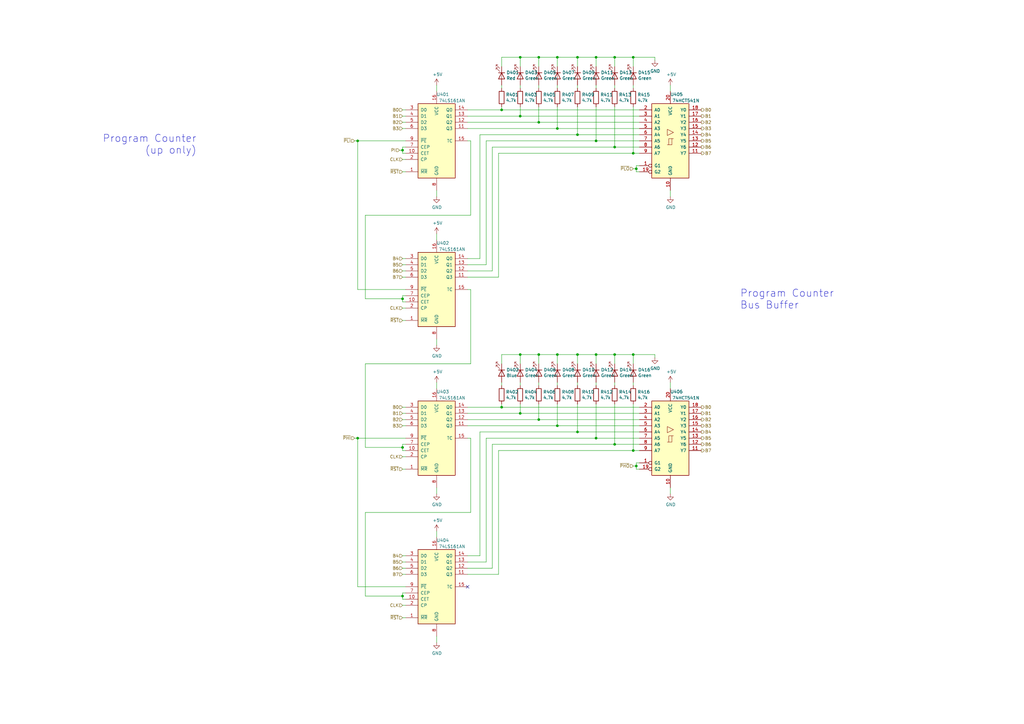
<source format=kicad_sch>
(kicad_sch (version 20211123) (generator eeschema)
  (paper "A3")
  (lib_symbols
    (symbol "74xx:74HCT541" (pin_names (offset 1.016))
      (property "Reference" "U" (at -7.62 16.51 0))
      (property "Value" "74HCT541" (at -7.62 -16.51 0))
      (symbol "74HCT541_1_0"
        (polyline (pts (xy -0.635 -1.6002) (xy -0.635 0.9398) (xy 0.635 0.9398)))
        (polyline (pts (xy -1.27 -1.6002) (xy 0.635 -1.6002) (xy 0.635 0.9398) (xy 1.27 0.9398)))
        (polyline (pts (xy 1.27 3.4798) (xy -1.27 4.7498) (xy -1.27 2.2098) (xy 1.27 3.4798)) (stroke (width 0.1524)))
        (pin input inverted (at -12.7 -10.16 0) (length 5.08) (name "G1") (number "1"))
        (pin power_in line (at 0 -20.32 90) (length 5.08) (name "GND") (number "10"))
        (pin tri_state line (at 12.7 -5.08 180) (length 5.08) (name "Y7") (number "11"))
        (pin tri_state line (at 12.7 -2.54 180) (length 5.08) (name "Y6") (number "12"))
        (pin tri_state line (at 12.7 0 180) (length 5.08) (name "Y5") (number "13"))
        (pin tri_state line (at 12.7 2.54 180) (length 5.08) (name "Y4") (number "14"))
        (pin tri_state line (at 12.7 5.08 180) (length 5.08) (name "Y3") (number "15"))
        (pin tri_state line (at 12.7 7.62 180) (length 5.08) (name "Y2") (number "16"))
        (pin tri_state line (at 12.7 10.16 180) (length 5.08) (name "Y1") (number "17"))
        (pin tri_state line (at 12.7 12.7 180) (length 5.08) (name "Y0") (number "18"))
        (pin input inverted (at -12.7 -12.7 0) (length 5.08) (name "G2") (number "19"))
        (pin input line (at -12.7 12.7 0) (length 5.08) (name "A0") (number "2"))
        (pin power_in line (at 0 20.32 270) (length 5.08) (name "VCC") (number "20"))
        (pin input line (at -12.7 10.16 0) (length 5.08) (name "A1") (number "3"))
        (pin input line (at -12.7 7.62 0) (length 5.08) (name "A2") (number "4"))
        (pin input line (at -12.7 5.08 0) (length 5.08) (name "A3") (number "5"))
        (pin input line (at -12.7 2.54 0) (length 5.08) (name "A4") (number "6"))
        (pin input line (at -12.7 0 0) (length 5.08) (name "A5") (number "7"))
        (pin input line (at -12.7 -2.54 0) (length 5.08) (name "A6") (number "8"))
        (pin input line (at -12.7 -5.08 0) (length 5.08) (name "A7") (number "9"))
      )
      (symbol "74HCT541_1_1"
        (rectangle (start -7.62 15.24) (end 7.62 -15.24) (stroke (width 0.254)) (fill (type background)))
      )
    )
    (symbol "74xx:74LS161" (pin_names (offset 1.016))
      (property "Reference" "U" (at -7.62 16.51 0))
      (property "Value" "74LS161" (at -7.62 -16.51 0))
      (symbol "74LS161_1_0"
        (pin input line (at -12.7 -12.7 0) (length 5.08) (name "~{MR}") (number "1"))
        (pin input line (at -12.7 -5.08 0) (length 5.08) (name "CET") (number "10"))
        (pin output line (at 12.7 5.08 180) (length 5.08) (name "Q3") (number "11"))
        (pin output line (at 12.7 7.62 180) (length 5.08) (name "Q2") (number "12"))
        (pin output line (at 12.7 10.16 180) (length 5.08) (name "Q1") (number "13"))
        (pin output line (at 12.7 12.7 180) (length 5.08) (name "Q0") (number "14"))
        (pin output line (at 12.7 0 180) (length 5.08) (name "TC") (number "15"))
        (pin power_in line (at 0 20.32 270) (length 5.08) (name "VCC") (number "16"))
        (pin input line (at -12.7 -7.62 0) (length 5.08) (name "CP") (number "2"))
        (pin input line (at -12.7 12.7 0) (length 5.08) (name "D0") (number "3"))
        (pin input line (at -12.7 10.16 0) (length 5.08) (name "D1") (number "4"))
        (pin input line (at -12.7 7.62 0) (length 5.08) (name "D2") (number "5"))
        (pin input line (at -12.7 5.08 0) (length 5.08) (name "D3") (number "6"))
        (pin input line (at -12.7 -2.54 0) (length 5.08) (name "CEP") (number "7"))
        (pin power_in line (at 0 -20.32 90) (length 5.08) (name "GND") (number "8"))
        (pin input line (at -12.7 0 0) (length 5.08) (name "~{PE}") (number "9"))
      )
      (symbol "74LS161_1_1"
        (rectangle (start -7.62 15.24) (end 7.62 -15.24) (stroke (width 0.254)) (fill (type background)))
      )
    )
    (symbol "Breadboard_CPU-rescue:GND-power" (power) (pin_names (offset 0))
      (property "Value" "GND-power" (at 0 -3.81 0))
      (symbol "GND-power_0_1"
        (polyline (pts (xy 0 0) (xy 0 -1.27) (xy 1.27 -1.27) (xy 0 -2.54) (xy -1.27 -1.27) (xy 0 -1.27)))
      )
      (symbol "GND-power_1_1"
        (pin power_in line (at 0 0 270) (length 0) hide (name "GND") (number "1"))
      )
    )
    (symbol "Device:LED" (pin_numbers hide) (pin_names (offset 1.016) hide)
      (property "Reference" "D" (at 0 2.54 0))
      (property "Value" "LED" (at 0 -2.54 0))
      (symbol "LED_0_1"
        (polyline (pts (xy -1.27 -1.27) (xy -1.27 1.27)) (stroke (width 0.254)))
        (polyline (pts (xy -1.27 0) (xy 1.27 0)))
        (polyline (pts (xy 1.27 -1.27) (xy 1.27 1.27) (xy -1.27 0) (xy 1.27 -1.27)) (stroke (width 0.254)))
        (polyline (pts (xy -3.048 -0.762) (xy -4.572 -2.286) (xy -3.81 -2.286) (xy -4.572 -2.286) (xy -4.572 -1.524)))
        (polyline (pts (xy -1.778 -0.762) (xy -3.302 -2.286) (xy -2.54 -2.286) (xy -3.302 -2.286) (xy -3.302 -1.524)))
      )
      (symbol "LED_1_1"
        (pin passive line (at -3.81 0 0) (length 2.54) (name "K") (number "1"))
        (pin passive line (at 3.81 0 180) (length 2.54) (name "A") (number "2"))
      )
    )
    (symbol "Device:R" (pin_numbers hide) (pin_names (offset 0))
      (property "Reference" "R" (at 2.032 0 90))
      (property "Value" "R" (at 0 0 90))
      (symbol "R_0_1"
        (rectangle (start -1.016 -2.54) (end 1.016 2.54) (stroke (width 0.254)))
      )
      (symbol "R_1_1"
        (pin passive line (at 0 3.81 270) (length 1.27) (name "~") (number "1"))
        (pin passive line (at 0 -3.81 90) (length 1.27) (name "~") (number "2"))
      )
    )
    (symbol "power:+5V" (power) (pin_names (offset 0))
      (property "Value" "+5V" (at 0 3.556 0))
      (symbol "+5V_0_1"
        (polyline (pts (xy -0.762 1.27) (xy 0 2.54)))
        (polyline (pts (xy 0 0) (xy 0 2.54)))
        (polyline (pts (xy 0 2.54) (xy 0.762 1.27)))
      )
      (symbol "+5V_1_1"
        (pin power_in line (at 0 0 90) (length 0) hide (name "+5V") (number "1"))
      )
    )
  )
  (junction (at 146.685 179.705))
  (junction (at 213.36 23.495))
  (junction (at 220.98 23.495))
  (junction (at 236.855 23.495))
  (junction (at 244.475 23.495))
  (junction (at 252.095 60.325))
  (junction (at 213.36 47.625))
  (junction (at 220.98 145.415))
  (junction (at 228.6 23.495))
  (junction (at 259.715 62.865))
  (junction (at 244.475 179.705))
  (junction (at 236.855 55.245))
  (junction (at 228.6 145.415))
  (junction (at 244.475 57.785))
  (junction (at 252.095 23.495))
  (junction (at 252.095 182.245))
  (junction (at 236.855 177.165))
  (junction (at 252.095 145.415))
  (junction (at 165.1 122.555))
  (junction (at 165.1 61.595))
  (junction (at 260.985 69.215))
  (junction (at 205.74 45.085))
  (junction (at 260.985 191.135))
  (junction (at 259.715 145.415))
  (junction (at 146.685 57.785))
  (junction (at 244.475 145.415))
  (junction (at 220.98 50.165))
  (junction (at 228.6 52.705))
  (junction (at 213.36 145.415))
  (junction (at 259.715 184.785))
  (junction (at 259.715 23.495))
  (junction (at 228.6 174.625))
  (junction (at 213.36 169.545))
  (junction (at 165.1 244.475))
  (junction (at 236.855 145.415))
  (junction (at 220.98 172.085))
  (junction (at 165.1 183.515))
  (junction (at 205.74 167.005))
  (no_connect (at 191.77 240.665))
  (wire (pts (xy 274.955 78.105) (xy 274.955 80.645)))
  (wire (pts (xy 165.1 60.325) (xy 166.37 60.325)))
  (wire (pts (xy 201.93 60.325) (xy 252.095 60.325)))
  (wire (pts (xy 196.85 106.045) (xy 196.85 55.245)))
  (wire (pts (xy 146.685 57.785) (xy 166.37 57.785)))
  (wire (pts (xy 244.475 165.735) (xy 244.475 179.705)))
  (wire (pts (xy 191.77 172.085) (xy 220.98 172.085)))
  (wire (pts (xy 165.1 61.595) (xy 165.1 60.325)))
  (wire (pts (xy 191.77 47.625) (xy 213.36 47.625)))
  (wire (pts (xy 191.77 111.125) (xy 201.93 111.125)))
  (wire (pts (xy 204.47 184.785) (xy 259.715 184.785)))
  (wire (pts (xy 165.1 47.625) (xy 166.37 47.625)))
  (wire (pts (xy 145.415 179.705) (xy 146.685 179.705)))
  (wire (pts (xy 191.77 235.585) (xy 204.47 235.585)))
  (wire (pts (xy 244.475 43.815) (xy 244.475 57.785)))
  (wire (pts (xy 199.39 57.785) (xy 244.475 57.785)))
  (wire (pts (xy 191.77 113.665) (xy 204.47 113.665)))
  (wire (pts (xy 244.475 34.925) (xy 244.475 36.195)))
  (wire (pts (xy 191.77 52.705) (xy 228.6 52.705)))
  (wire (pts (xy 199.39 108.585) (xy 199.39 57.785)))
  (wire (pts (xy 220.98 165.735) (xy 220.98 172.085)))
  (wire (pts (xy 259.715 145.415) (xy 252.095 145.415)))
  (wire (pts (xy 268.605 23.495) (xy 259.715 23.495)))
  (wire (pts (xy 252.095 23.495) (xy 244.475 23.495)))
  (wire (pts (xy 228.6 174.625) (xy 262.255 174.625)))
  (wire (pts (xy 193.04 118.745) (xy 193.04 149.225)))
  (wire (pts (xy 165.1 122.555) (xy 165.1 121.285)))
  (wire (pts (xy 213.36 149.225) (xy 213.36 145.415)))
  (wire (pts (xy 149.86 210.185) (xy 149.86 244.475)))
  (wire (pts (xy 228.6 145.415) (xy 220.98 145.415)))
  (wire (pts (xy 220.98 50.165) (xy 262.255 50.165)))
  (wire (pts (xy 179.07 156.845) (xy 179.07 159.385)))
  (wire (pts (xy 213.36 169.545) (xy 262.255 169.545)))
  (wire (pts (xy 236.855 145.415) (xy 228.6 145.415)))
  (wire (pts (xy 196.85 55.245) (xy 236.855 55.245)))
  (wire (pts (xy 165.1 62.865) (xy 166.37 62.865)))
  (wire (pts (xy 252.095 165.735) (xy 252.095 182.245)))
  (wire (pts (xy 252.095 34.925) (xy 252.095 36.195)))
  (wire (pts (xy 236.855 43.815) (xy 236.855 55.245)))
  (wire (pts (xy 252.095 182.245) (xy 262.255 182.245)))
  (wire (pts (xy 179.07 200.025) (xy 179.07 202.565)))
  (wire (pts (xy 252.095 149.225) (xy 252.095 145.415)))
  (wire (pts (xy 146.685 240.665) (xy 166.37 240.665)))
  (wire (pts (xy 165.1 169.545) (xy 166.37 169.545)))
  (wire (pts (xy 191.77 167.005) (xy 205.74 167.005)))
  (wire (pts (xy 165.1 248.285) (xy 166.37 248.285)))
  (wire (pts (xy 252.095 156.845) (xy 252.095 158.115)))
  (wire (pts (xy 193.04 179.705) (xy 193.04 210.185)))
  (wire (pts (xy 193.04 88.265) (xy 149.86 88.265)))
  (wire (pts (xy 220.98 34.925) (xy 220.98 36.195)))
  (wire (pts (xy 165.1 50.165) (xy 166.37 50.165)))
  (wire (pts (xy 228.6 23.495) (xy 220.98 23.495)))
  (wire (pts (xy 252.095 145.415) (xy 244.475 145.415)))
  (wire (pts (xy 274.955 156.845) (xy 274.955 159.385)))
  (wire (pts (xy 201.93 233.045) (xy 201.93 182.245)))
  (wire (pts (xy 259.715 23.495) (xy 252.095 23.495)))
  (wire (pts (xy 259.715 184.785) (xy 262.255 184.785)))
  (wire (pts (xy 204.47 62.865) (xy 259.715 62.865)))
  (wire (pts (xy 165.1 65.405) (xy 166.37 65.405)))
  (wire (pts (xy 236.855 34.925) (xy 236.855 36.195)))
  (wire (pts (xy 165.1 174.625) (xy 166.37 174.625)))
  (wire (pts (xy 260.985 192.405) (xy 262.255 192.405)))
  (wire (pts (xy 220.98 156.845) (xy 220.98 158.115)))
  (wire (pts (xy 165.1 121.285) (xy 166.37 121.285)))
  (wire (pts (xy 260.985 191.135) (xy 260.985 192.405)))
  (wire (pts (xy 244.475 156.845) (xy 244.475 158.115)))
  (wire (pts (xy 259.715 156.845) (xy 259.715 158.115)))
  (wire (pts (xy 179.07 139.065) (xy 179.07 141.605)))
  (wire (pts (xy 220.98 172.085) (xy 262.255 172.085)))
  (wire (pts (xy 191.77 108.585) (xy 199.39 108.585)))
  (wire (pts (xy 268.605 145.415) (xy 259.715 145.415)))
  (wire (pts (xy 236.855 27.305) (xy 236.855 23.495)))
  (wire (pts (xy 205.74 156.845) (xy 205.74 158.115)))
  (wire (pts (xy 193.04 149.225) (xy 149.86 149.225)))
  (wire (pts (xy 196.85 177.165) (xy 236.855 177.165)))
  (wire (pts (xy 260.985 69.215) (xy 260.985 67.945)))
  (wire (pts (xy 191.77 179.705) (xy 193.04 179.705)))
  (wire (pts (xy 259.715 62.865) (xy 262.255 62.865)))
  (wire (pts (xy 228.6 27.305) (xy 228.6 23.495)))
  (wire (pts (xy 244.475 145.415) (xy 244.475 149.225)))
  (wire (pts (xy 165.1 244.475) (xy 165.1 245.745)))
  (wire (pts (xy 228.6 165.735) (xy 228.6 174.625)))
  (wire (pts (xy 205.74 167.005) (xy 262.255 167.005)))
  (wire (pts (xy 268.605 24.765) (xy 268.605 23.495)))
  (wire (pts (xy 228.6 149.225) (xy 228.6 145.415)))
  (wire (pts (xy 149.86 244.475) (xy 165.1 244.475)))
  (wire (pts (xy 259.715 43.815) (xy 259.715 62.865)))
  (wire (pts (xy 165.1 244.475) (xy 165.1 243.205)))
  (wire (pts (xy 236.855 23.495) (xy 228.6 23.495)))
  (wire (pts (xy 146.685 118.745) (xy 166.37 118.745)))
  (wire (pts (xy 191.77 57.785) (xy 193.04 57.785)))
  (wire (pts (xy 252.095 60.325) (xy 262.255 60.325)))
  (wire (pts (xy 228.6 34.925) (xy 228.6 36.195)))
  (wire (pts (xy 179.07 95.885) (xy 179.07 98.425)))
  (wire (pts (xy 165.1 111.125) (xy 166.37 111.125)))
  (wire (pts (xy 165.1 245.745) (xy 166.37 245.745)))
  (wire (pts (xy 213.36 27.305) (xy 213.36 23.495)))
  (wire (pts (xy 205.74 45.085) (xy 262.255 45.085)))
  (wire (pts (xy 165.1 131.445) (xy 166.37 131.445)))
  (wire (pts (xy 199.39 230.505) (xy 199.39 179.705)))
  (wire (pts (xy 165.1 61.595) (xy 165.1 62.865)))
  (wire (pts (xy 191.77 174.625) (xy 228.6 174.625)))
  (wire (pts (xy 145.415 57.785) (xy 146.685 57.785)))
  (wire (pts (xy 165.1 52.705) (xy 166.37 52.705)))
  (wire (pts (xy 179.07 260.985) (xy 179.07 263.525)))
  (wire (pts (xy 220.98 27.305) (xy 220.98 23.495)))
  (wire (pts (xy 220.98 23.495) (xy 213.36 23.495)))
  (wire (pts (xy 213.36 36.195) (xy 213.36 34.925)))
  (wire (pts (xy 196.85 227.965) (xy 196.85 177.165)))
  (wire (pts (xy 244.475 23.495) (xy 244.475 27.305)))
  (wire (pts (xy 236.855 149.225) (xy 236.855 145.415)))
  (wire (pts (xy 205.74 34.925) (xy 205.74 36.195)))
  (wire (pts (xy 165.1 167.005) (xy 166.37 167.005)))
  (wire (pts (xy 191.77 233.045) (xy 201.93 233.045)))
  (wire (pts (xy 149.86 149.225) (xy 149.86 183.515)))
  (wire (pts (xy 260.985 189.865) (xy 260.985 191.135)))
  (wire (pts (xy 165.1 184.785) (xy 166.37 184.785)))
  (wire (pts (xy 220.98 43.815) (xy 220.98 50.165)))
  (wire (pts (xy 213.36 158.115) (xy 213.36 156.845)))
  (wire (pts (xy 165.1 45.085) (xy 166.37 45.085)))
  (wire (pts (xy 165.1 243.205) (xy 166.37 243.205)))
  (wire (pts (xy 244.475 57.785) (xy 262.255 57.785)))
  (wire (pts (xy 166.37 113.665) (xy 165.1 113.665)))
  (wire (pts (xy 165.1 70.485) (xy 166.37 70.485)))
  (wire (pts (xy 205.74 23.495) (xy 205.74 27.305)))
  (wire (pts (xy 259.715 69.215) (xy 260.985 69.215)))
  (wire (pts (xy 165.1 192.405) (xy 166.37 192.405)))
  (wire (pts (xy 146.685 57.785) (xy 146.685 118.745)))
  (wire (pts (xy 166.37 230.505) (xy 165.1 230.505)))
  (wire (pts (xy 146.685 179.705) (xy 166.37 179.705)))
  (wire (pts (xy 259.715 149.225) (xy 259.715 145.415)))
  (wire (pts (xy 166.37 108.585) (xy 165.1 108.585)))
  (wire (pts (xy 165.1 183.515) (xy 165.1 184.785)))
  (wire (pts (xy 149.86 183.515) (xy 165.1 183.515)))
  (wire (pts (xy 244.475 23.495) (xy 236.855 23.495)))
  (wire (pts (xy 259.715 165.735) (xy 259.715 184.785)))
  (wire (pts (xy 165.1 126.365) (xy 166.37 126.365)))
  (wire (pts (xy 236.855 177.165) (xy 262.255 177.165)))
  (wire (pts (xy 236.855 156.845) (xy 236.855 158.115)))
  (wire (pts (xy 228.6 43.815) (xy 228.6 52.705)))
  (wire (pts (xy 146.685 179.705) (xy 146.685 240.665)))
  (wire (pts (xy 244.475 145.415) (xy 236.855 145.415)))
  (wire (pts (xy 191.77 106.045) (xy 196.85 106.045)))
  (wire (pts (xy 149.86 122.555) (xy 165.1 122.555)))
  (wire (pts (xy 179.07 217.805) (xy 179.07 220.345)))
  (wire (pts (xy 199.39 179.705) (xy 244.475 179.705)))
  (wire (pts (xy 191.77 50.165) (xy 220.98 50.165)))
  (wire (pts (xy 179.07 78.105) (xy 179.07 80.645)))
  (wire (pts (xy 191.77 227.965) (xy 196.85 227.965)))
  (wire (pts (xy 165.1 227.965) (xy 166.37 227.965)))
  (wire (pts (xy 191.77 230.505) (xy 199.39 230.505)))
  (wire (pts (xy 165.1 182.245) (xy 166.37 182.245)))
  (wire (pts (xy 260.985 67.945) (xy 262.255 67.945)))
  (wire (pts (xy 268.605 146.685) (xy 268.605 145.415)))
  (wire (pts (xy 205.74 145.415) (xy 205.74 149.225)))
  (wire (pts (xy 193.04 210.185) (xy 149.86 210.185)))
  (wire (pts (xy 236.855 165.735) (xy 236.855 177.165)))
  (wire (pts (xy 213.36 23.495) (xy 205.74 23.495)))
  (wire (pts (xy 201.93 111.125) (xy 201.93 60.325)))
  (wire (pts (xy 252.095 27.305) (xy 252.095 23.495)))
  (wire (pts (xy 193.04 57.785) (xy 193.04 88.265)))
  (wire (pts (xy 165.1 233.045) (xy 166.37 233.045)))
  (wire (pts (xy 260.985 189.865) (xy 262.255 189.865)))
  (wire (pts (xy 220.98 149.225) (xy 220.98 145.415)))
  (wire (pts (xy 228.6 156.845) (xy 228.6 158.115)))
  (wire (pts (xy 274.955 34.925) (xy 274.955 37.465)))
  (wire (pts (xy 165.1 122.555) (xy 165.1 123.825)))
  (wire (pts (xy 220.98 145.415) (xy 213.36 145.415)))
  (wire (pts (xy 165.1 182.245) (xy 165.1 183.515)))
  (wire (pts (xy 165.1 172.085) (xy 166.37 172.085)))
  (wire (pts (xy 204.47 235.585) (xy 204.47 184.785)))
  (wire (pts (xy 205.74 165.735) (xy 205.74 167.005)))
  (wire (pts (xy 260.985 70.485) (xy 262.255 70.485)))
  (wire (pts (xy 179.07 34.925) (xy 179.07 37.465)))
  (wire (pts (xy 274.955 200.025) (xy 274.955 202.565)))
  (wire (pts (xy 244.475 179.705) (xy 262.255 179.705)))
  (wire (pts (xy 191.77 169.545) (xy 213.36 169.545)))
  (wire (pts (xy 228.6 52.705) (xy 262.255 52.705)))
  (wire (pts (xy 205.74 43.815) (xy 205.74 45.085)))
  (wire (pts (xy 260.985 69.215) (xy 260.985 70.485)))
  (wire (pts (xy 201.93 182.245) (xy 252.095 182.245)))
  (wire (pts (xy 259.715 191.135) (xy 260.985 191.135)))
  (wire (pts (xy 259.715 27.305) (xy 259.715 23.495)))
  (wire (pts (xy 213.36 43.815) (xy 213.36 47.625)))
  (wire (pts (xy 213.36 165.735) (xy 213.36 169.545)))
  (wire (pts (xy 191.77 118.745) (xy 193.04 118.745)))
  (wire (pts (xy 149.86 88.265) (xy 149.86 122.555)))
  (wire (pts (xy 204.47 113.665) (xy 204.47 62.865)))
  (wire (pts (xy 252.095 43.815) (xy 252.095 60.325)))
  (wire (pts (xy 165.1 253.365) (xy 166.37 253.365)))
  (wire (pts (xy 213.36 145.415) (xy 205.74 145.415)))
  (wire (pts (xy 165.1 106.045) (xy 166.37 106.045)))
  (wire (pts (xy 236.855 55.245) (xy 262.255 55.245)))
  (wire (pts (xy 166.37 235.585) (xy 165.1 235.585)))
  (wire (pts (xy 165.1 187.325) (xy 166.37 187.325)))
  (wire (pts (xy 191.77 45.085) (xy 205.74 45.085)))
  (wire (pts (xy 213.36 47.625) (xy 262.255 47.625)))
  (wire (pts (xy 165.1 123.825) (xy 166.37 123.825)))
  (wire (pts (xy 259.715 34.925) (xy 259.715 36.195)))
  (wire (pts (xy 163.83 61.595) (xy 165.1 61.595)))
  (text "Program Counter\n(up only)" (at 80.645 63.5 180) (effects (font (size 2.9972 2.9972)) (justify right bottom)))
  (text "Program Counter\nBus Buffer" (at 303.53 127 0) (effects (font (size 2.9972 2.9972)) (justify left bottom)))
  (hierarchical_label "B2" (shape input) (at 165.1 172.085 180))
  (hierarchical_label "B3" (shape input) (at 165.1 174.625 180))
  (hierarchical_label "B0" (shape input) (at 165.1 167.005 180))
  (hierarchical_label "B2" (shape output) (at 287.655 172.085 0))
  (hierarchical_label "~{PHO}" (shape input) (at 259.715 191.135 180))
  (hierarchical_label "CLK" (shape input) (at 165.1 248.285 180))
  (hierarchical_label "B7" (shape input) (at 165.1 235.585 180))
  (hierarchical_label "B3" (shape output) (at 287.655 52.705 0))
  (hierarchical_label "PI" (shape input) (at 163.83 61.595 180))
  (hierarchical_label "B4" (shape output) (at 287.655 177.165 0))
  (hierarchical_label "B4" (shape input) (at 165.1 106.045 180))
  (hierarchical_label "B4" (shape input) (at 165.1 227.965 180))
  (hierarchical_label "B5" (shape output) (at 287.655 179.705 0))
  (hierarchical_label "B7" (shape input) (at 165.1 113.665 180))
  (hierarchical_label "~{RST}" (shape input) (at 165.1 253.365 180))
  (hierarchical_label "B6" (shape output) (at 287.655 182.245 0))
  (hierarchical_label "B6" (shape input) (at 165.1 111.125 180))
  (hierarchical_label "B4" (shape output) (at 287.655 55.245 0))
  (hierarchical_label "B1" (shape output) (at 287.655 169.545 0))
  (hierarchical_label "B2" (shape input) (at 165.1 50.165 180))
  (hierarchical_label "~{RST}" (shape input) (at 165.1 70.485 180))
  (hierarchical_label "B3" (shape output) (at 287.655 174.625 0))
  (hierarchical_label "~{PLO}" (shape input) (at 259.715 69.215 180))
  (hierarchical_label "~{PHI}" (shape input) (at 145.415 179.705 180))
  (hierarchical_label "B6" (shape input) (at 165.1 233.045 180))
  (hierarchical_label "B2" (shape output) (at 287.655 50.165 0))
  (hierarchical_label "B7" (shape output) (at 287.655 62.865 0))
  (hierarchical_label "B6" (shape output) (at 287.655 60.325 0))
  (hierarchical_label "~{PLI}" (shape input) (at 145.415 57.785 180))
  (hierarchical_label "CLK" (shape input) (at 165.1 187.325 180))
  (hierarchical_label "B0" (shape output) (at 287.655 167.005 0))
  (hierarchical_label "CLK" (shape input) (at 165.1 126.365 180))
  (hierarchical_label "B5" (shape input) (at 165.1 108.585 180))
  (hierarchical_label "B0" (shape output) (at 287.655 45.085 0))
  (hierarchical_label "B5" (shape output) (at 287.655 57.785 0))
  (hierarchical_label "CLK" (shape input) (at 165.1 65.405 180))
  (hierarchical_label "B1" (shape input) (at 165.1 169.545 180))
  (hierarchical_label "~{RST}" (shape input) (at 165.1 192.405 180))
  (hierarchical_label "B3" (shape input) (at 165.1 52.705 180))
  (hierarchical_label "B0" (shape input) (at 165.1 45.085 180))
  (hierarchical_label "~{RST}" (shape input) (at 165.1 131.445 180))
  (hierarchical_label "B5" (shape input) (at 165.1 230.505 180))
  (hierarchical_label "B1" (shape input) (at 165.1 47.625 180))
  (hierarchical_label "B7" (shape output) (at 287.655 184.785 0))
  (hierarchical_label "B1" (shape output) (at 287.655 47.625 0))
  (symbol (lib_id "74xx:74LS161") (at 179.07 57.785 0) (unit 1)
    (property "Reference" "U401" (at 181.61 38.735 0))
    (property "Value" "74LS161AN" (at 185.42 41.275 0))
    (property "Datasheet" "http://www.ti.com/lit/gpn/sn74LS163" (effects hide))
  )
  (symbol (lib_id "74xx:74LS161") (at 179.07 118.745 0) (unit 1)
    (property "Reference" "U402" (at 181.61 99.695 0))
    (property "Value" "74LS161AN" (at 185.42 102.235 0))
    (property "Datasheet" "http://www.ti.com/lit/gpn/sn74LS163" (effects hide))
  )
  (symbol (lib_id "74xx:74HCT541") (at 274.955 57.785 0) (unit 1)
    (property "Reference" "U405" (at 277.495 38.735 0))
    (property "Value" "74HCT541N" (at 281.305 41.275 0))
    (property "Datasheet" "http://www.ti.com/lit/gpn/sn74LS541" (effects hide))
  )
  (symbol (lib_id "Breadboard_CPU-rescue:GND-power") (at 179.07 80.645 0) (unit 1)
    (property "Reference" "#PWR0402" (effects hide))
    (property "Value" "GND" (at 179.197 85.0392 0))
  )
  (symbol (lib_id "Breadboard_CPU-rescue:GND-power") (at 274.955 80.645 0) (unit 1)
    (property "Reference" "#PWR0412" (effects hide))
    (property "Value" "GND" (at 275.082 85.0392 0))
  )
  (symbol (lib_id "Breadboard_CPU-rescue:GND-power") (at 179.07 141.605 0) (unit 1)
    (property "Reference" "#PWR0404" (effects hide))
    (property "Value" "GND" (at 179.197 145.9992 0))
  )
  (symbol (lib_id "Device:LED") (at 252.095 31.115 270) (unit 1)
    (property "Reference" "D413" (at 254.0762 29.7688 90) (effects (justify left)))
    (property "Value" "Green" (at 254.0762 32.0802 90) (effects (justify left)))
  )
  (symbol (lib_id "Device:LED") (at 259.715 31.115 270) (unit 1)
    (property "Reference" "D415" (at 261.6962 29.7688 90) (effects (justify left)))
    (property "Value" "Green" (at 261.6962 32.0802 90) (effects (justify left)))
  )
  (symbol (lib_id "Breadboard_CPU-rescue:GND-power") (at 268.605 24.765 0) (unit 1)
    (property "Reference" "#PWR0409" (effects hide))
    (property "Value" "GND" (at 268.732 29.1592 0))
  )
  (symbol (lib_id "Device:R") (at 205.74 40.005 0) (unit 1)
    (property "Reference" "R401" (at 207.518 38.8366 0) (effects (justify left)))
    (property "Value" "4.7k" (at 207.518 41.148 0) (effects (justify left)))
  )
  (symbol (lib_id "Device:R") (at 213.36 40.005 0) (unit 1)
    (property "Reference" "R403" (at 215.138 38.8366 0) (effects (justify left)))
    (property "Value" "4.7k" (at 215.138 41.148 0) (effects (justify left)))
  )
  (symbol (lib_id "Device:R") (at 220.98 40.005 0) (unit 1)
    (property "Reference" "R405" (at 222.758 38.8366 0) (effects (justify left)))
    (property "Value" "4.7k" (at 222.758 41.148 0) (effects (justify left)))
  )
  (symbol (lib_id "Device:R") (at 228.6 40.005 0) (unit 1)
    (property "Reference" "R407" (at 230.378 38.8366 0) (effects (justify left)))
    (property "Value" "4.7k" (at 230.378 41.148 0) (effects (justify left)))
  )
  (symbol (lib_id "Device:R") (at 236.855 40.005 0) (unit 1)
    (property "Reference" "R409" (at 238.633 38.8366 0) (effects (justify left)))
    (property "Value" "4.7k" (at 238.633 41.148 0) (effects (justify left)))
  )
  (symbol (lib_id "Device:R") (at 244.475 40.005 0) (unit 1)
    (property "Reference" "R411" (at 246.253 38.8366 0) (effects (justify left)))
    (property "Value" "4.7k" (at 246.253 41.148 0) (effects (justify left)))
  )
  (symbol (lib_id "Device:R") (at 252.095 40.005 0) (unit 1)
    (property "Reference" "R413" (at 253.873 38.8366 0) (effects (justify left)))
    (property "Value" "4.7k" (at 253.873 41.148 0) (effects (justify left)))
  )
  (symbol (lib_id "Device:R") (at 259.715 40.005 0) (unit 1)
    (property "Reference" "R415" (at 261.493 38.8366 0) (effects (justify left)))
    (property "Value" "4.7k" (at 261.493 41.148 0) (effects (justify left)))
  )
  (symbol (lib_id "Device:LED") (at 236.855 31.115 270) (unit 1)
    (property "Reference" "D409" (at 238.8362 29.7688 90) (effects (justify left)))
    (property "Value" "Green" (at 238.8362 32.0802 90) (effects (justify left)))
  )
  (symbol (lib_id "Device:LED") (at 244.475 31.115 270) (unit 1)
    (property "Reference" "D411" (at 246.4562 29.7688 90) (effects (justify left)))
    (property "Value" "Green" (at 246.4562 32.0802 90) (effects (justify left)))
  )
  (symbol (lib_id "Device:LED") (at 220.98 31.115 270) (unit 1)
    (property "Reference" "D405" (at 222.9612 29.7688 90) (effects (justify left)))
    (property "Value" "Green" (at 222.9612 32.0802 90) (effects (justify left)))
  )
  (symbol (lib_id "Device:LED") (at 228.6 31.115 270) (unit 1)
    (property "Reference" "D407" (at 230.5812 29.7688 90) (effects (justify left)))
    (property "Value" "Green" (at 230.5812 32.0802 90) (effects (justify left)))
  )
  (symbol (lib_id "Device:LED") (at 252.095 153.035 270) (unit 1)
    (property "Reference" "D414" (at 254.0762 151.6888 90) (effects (justify left)))
    (property "Value" "Green" (at 254.0762 154.0002 90) (effects (justify left)))
  )
  (symbol (lib_id "Device:LED") (at 259.715 153.035 270) (unit 1)
    (property "Reference" "D416" (at 261.6962 151.6888 90) (effects (justify left)))
    (property "Value" "Green" (at 261.6962 154.0002 90) (effects (justify left)))
  )
  (symbol (lib_id "Device:LED") (at 236.855 153.035 270) (unit 1)
    (property "Reference" "D410" (at 238.8362 151.6888 90) (effects (justify left)))
    (property "Value" "Green" (at 238.8362 154.0002 90) (effects (justify left)))
  )
  (symbol (lib_id "Device:LED") (at 244.475 153.035 270) (unit 1)
    (property "Reference" "D412" (at 246.4562 151.6888 90) (effects (justify left)))
    (property "Value" "Green" (at 246.4562 154.0002 90) (effects (justify left)))
  )
  (symbol (lib_id "Device:LED") (at 220.98 153.035 270) (unit 1)
    (property "Reference" "D406" (at 222.9612 151.6888 90) (effects (justify left)))
    (property "Value" "Green" (at 222.9612 154.0002 90) (effects (justify left)))
  )
  (symbol (lib_id "Device:LED") (at 228.6 153.035 270) (unit 1)
    (property "Reference" "D408" (at 230.5812 151.6888 90) (effects (justify left)))
    (property "Value" "Green" (at 230.5812 154.0002 90) (effects (justify left)))
  )
  (symbol (lib_id "Device:R") (at 205.74 161.925 0) (unit 1)
    (property "Reference" "R402" (at 207.518 160.7566 0) (effects (justify left)))
    (property "Value" "4.7k" (at 207.518 163.068 0) (effects (justify left)))
  )
  (symbol (lib_id "Device:R") (at 213.36 161.925 0) (unit 1)
    (property "Reference" "R404" (at 215.138 160.7566 0) (effects (justify left)))
    (property "Value" "4.7k" (at 215.138 163.068 0) (effects (justify left)))
  )
  (symbol (lib_id "Device:R") (at 220.98 161.925 0) (unit 1)
    (property "Reference" "R406" (at 222.758 160.7566 0) (effects (justify left)))
    (property "Value" "4.7k" (at 222.758 163.068 0) (effects (justify left)))
  )
  (symbol (lib_id "Device:R") (at 228.6 161.925 0) (unit 1)
    (property "Reference" "R408" (at 230.378 160.7566 0) (effects (justify left)))
    (property "Value" "4.7k" (at 230.378 163.068 0) (effects (justify left)))
  )
  (symbol (lib_id "Device:R") (at 236.855 161.925 0) (unit 1)
    (property "Reference" "R410" (at 238.633 160.7566 0) (effects (justify left)))
    (property "Value" "4.7k" (at 238.633 163.068 0) (effects (justify left)))
  )
  (symbol (lib_id "Device:R") (at 244.475 161.925 0) (unit 1)
    (property "Reference" "R412" (at 246.253 160.7566 0) (effects (justify left)))
    (property "Value" "4.7k" (at 246.253 163.068 0) (effects (justify left)))
  )
  (symbol (lib_id "Device:R") (at 252.095 161.925 0) (unit 1)
    (property "Reference" "R414" (at 253.873 160.7566 0) (effects (justify left)))
    (property "Value" "4.7k" (at 253.873 163.068 0) (effects (justify left)))
  )
  (symbol (lib_id "Device:R") (at 259.715 161.925 0) (unit 1)
    (property "Reference" "R416" (at 261.493 160.7566 0) (effects (justify left)))
    (property "Value" "4.7k" (at 261.493 163.068 0) (effects (justify left)))
  )
  (symbol (lib_id "Device:LED") (at 213.36 153.035 270) (unit 1)
    (property "Reference" "D404" (at 215.3412 151.6888 90) (effects (justify left)))
    (property "Value" "Green" (at 215.3412 154.0002 90) (effects (justify left)))
  )
  (symbol (lib_id "Device:LED") (at 213.36 31.115 270) (unit 1)
    (property "Reference" "D403" (at 215.3412 29.7688 90) (effects (justify left)))
    (property "Value" "Green" (at 215.3412 32.0802 90) (effects (justify left)))
  )
  (symbol (lib_id "Device:LED") (at 205.74 31.115 270) (unit 1)
    (property "Reference" "D401" (at 207.7212 29.7688 90) (effects (justify left)))
    (property "Value" "Red" (at 207.7212 32.0802 90) (effects (justify left)))
  )
  (symbol (lib_id "Device:LED") (at 205.74 153.035 270) (unit 1)
    (property "Reference" "D402" (at 207.7212 151.6888 90) (effects (justify left)))
    (property "Value" "Blue" (at 207.7212 154.0002 90) (effects (justify left)))
  )
  (symbol (lib_id "74xx:74LS161") (at 179.07 240.665 0) (unit 1)
    (property "Reference" "U404" (at 181.61 221.615 0))
    (property "Value" "74LS161AN" (at 185.42 224.155 0))
    (property "Datasheet" "http://www.ti.com/lit/gpn/sn74LS163" (effects hide))
  )
  (symbol (lib_id "Breadboard_CPU-rescue:GND-power") (at 179.07 202.565 0) (unit 1)
    (property "Reference" "#PWR0406" (effects hide))
    (property "Value" "GND" (at 179.197 206.9592 0))
  )
  (symbol (lib_id "Breadboard_CPU-rescue:GND-power") (at 274.955 202.565 0) (unit 1)
    (property "Reference" "#PWR0414" (effects hide))
    (property "Value" "GND" (at 275.082 206.9592 0))
  )
  (symbol (lib_id "Breadboard_CPU-rescue:GND-power") (at 179.07 263.525 0) (unit 1)
    (property "Reference" "#PWR0408" (effects hide))
    (property "Value" "GND" (at 179.197 267.9192 0))
  )
  (symbol (lib_id "74xx:74LS161") (at 179.07 179.705 0) (unit 1)
    (property "Reference" "U403" (at 181.61 160.655 0))
    (property "Value" "74LS161AN" (at 185.42 163.195 0))
    (property "Datasheet" "http://www.ti.com/lit/gpn/sn74LS163" (effects hide))
  )
  (symbol (lib_id "Breadboard_CPU-rescue:GND-power") (at 268.605 146.685 0) (unit 1)
    (property "Reference" "#PWR0410" (effects hide))
    (property "Value" "GND" (at 268.732 151.0792 0))
  )
  (symbol (lib_id "74xx:74HCT541") (at 274.955 179.705 0) (unit 1)
    (property "Reference" "U406" (at 277.495 160.655 0))
    (property "Value" "74HCT541N" (at 281.305 163.195 0))
    (property "Datasheet" "http://www.ti.com/lit/gpn/sn74LS541" (effects hide))
  )
  (symbol (lib_id "power:+5V") (at 179.07 34.925 0) (unit 1)
    (property "Reference" "#PWR0401" (effects hide))
    (property "Value" "+5V" (at 179.451 30.5308 0))
  )
  (symbol (lib_id "power:+5V") (at 179.07 95.885 0) (unit 1)
    (property "Reference" "#PWR0403" (effects hide))
    (property "Value" "+5V" (at 179.451 91.4908 0))
  )
  (symbol (lib_id "power:+5V") (at 179.07 156.845 0) (unit 1)
    (property "Reference" "#PWR0405" (effects hide))
    (property "Value" "+5V" (at 179.451 152.4508 0))
  )
  (symbol (lib_id "power:+5V") (at 179.07 217.805 0) (unit 1)
    (property "Reference" "#PWR0407" (effects hide))
    (property "Value" "+5V" (at 179.451 213.4108 0))
  )
  (symbol (lib_id "power:+5V") (at 274.955 156.845 0) (unit 1)
    (property "Reference" "#PWR0413" (effects hide))
    (property "Value" "+5V" (at 275.336 152.4508 0))
  )
  (symbol (lib_id "power:+5V") (at 274.955 34.925 0) (unit 1)
    (property "Reference" "#PWR0411" (effects hide))
    (property "Value" "+5V" (at 275.336 30.5308 0))
  )
)
</source>
